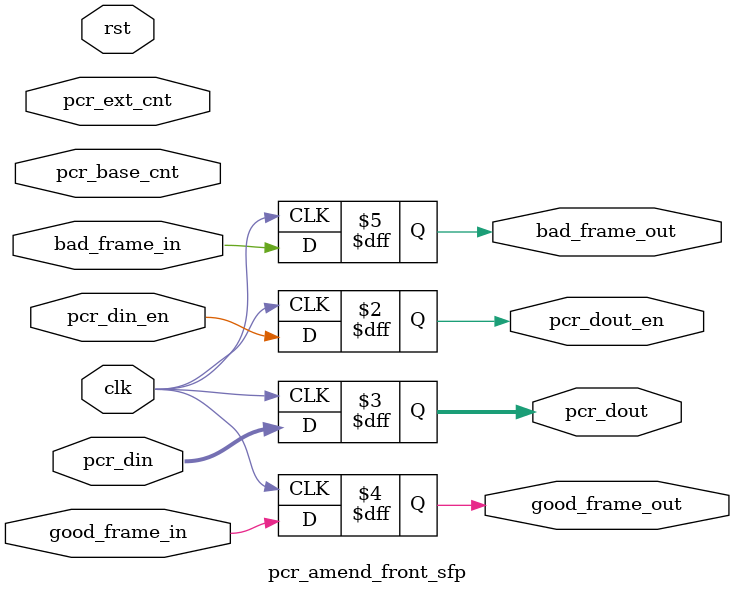
<source format=v>
`timescale 1ns / 1ps
module pcr_amend_front_sfp
(
    clk,
    rst,
    pcr_din,
    pcr_din_en,
    
    good_frame_in,
    bad_frame_in ,
        
    pcr_base_cnt,  
    pcr_ext_cnt,    

    pcr_dout,
    pcr_dout_en,
    good_frame_out,
    bad_frame_out  
//    test_flag 
) ;

//------------------------------------------------------------------------------
    
    input            clk ;
    input            rst ;
    input  [7:0]   pcr_din;
    input            pcr_din_en ;
    input	       good_frame_in;
    input	       bad_frame_in ;
        
    input  [32:0] pcr_base_cnt ;
    input  [8:0]   pcr_ext_cnt ;
    
    output          pcr_dout_en;
    output [7:0]  pcr_dout;
    output		good_frame_out;
    output		bad_frame_out ;
//    output		test_flag	;
    
    reg		pcr_dout_en;
    reg     [7:0]   pcr_dout;
    reg		good_frame_out;
    reg		bad_frame_out ;
    
    
    always@(posedge clk)begin
    	pcr_dout	<=	pcr_din;
    	pcr_dout_en	<=	pcr_din_en;
    	good_frame_out	<=	good_frame_in;
    	bad_frame_out	<=	bad_frame_in;
    end

//------------------------------------------------------------------------------
//
//    reg		[47:0]	data_in_r;
//    reg		[5:0]	pcr_din_dvalid_r;
//    reg		[5:0]	good_frame_r;
//    reg		[5:0]	bad_frame_r;
//   
//    reg		[32:0]	pcr_base_cnt_r;
//    reg		[8:0]	pcr_ext_cnt_r;
//    reg		[8:0]	pcr_ext_cnt_r1;
//    
//    reg		[10:0]	ip_cnt	;
//    reg		[7:0]	ts_cnt	;
//    reg		[7:0]	head_num;
//
//    reg     [3:0]   pcr_state ;
//
////------------------------------------------------------------------------------
//
//    parameter       IDLE    =   4'd0,	// state definition of the fsm
//                    BYTE1   =   4'd1,
//                    BYTE2   =   4'd2,
//                    BYTE3   =   4'd3,
//                    BYTE4   =   4'd4,
//                    BYTE5   =   4'd5,
//                    BYTE6   =   4'd6,
//                    BYTE7   =   4'd7,
//                    BYTE8   =   4'd8,
//                    BYTE9   =   4'd9,
//                    BYTE10  =   4'd10,
//                    BYTE11  =   4'd11,
//                    BYTE12  =   4'd12;  
//                    
//   //----------------------------------------------------------------------
///*
//   	reg [12:0]	pid_reg	;
//   	reg	[3:0]	cc_reg1	;
//	reg	[3:0]	cc_dif1	;	
//	reg	[3:0]	cc_reg2	;
//	reg	[3:0]	cc_dif2	;  
//   	reg			test_flag;
//*/   
//   
//   //----------------------------------------------------------------------                 
//
//   	always @ (posedge clk)
//   	begin
//   		if(pcr_din_en)
//   			ip_cnt <= ip_cnt + 1;
//   		else
//   			ip_cnt <= 0;
//	end
//	
//	always @ (posedge clk)
//	begin
//		if(ip_cnt == 11'd14)
//			head_num <= {2'b00,pcr_din[3:0],2'b00} + 8'd20;
//		else
//			head_num <= head_num ;	
//	end
//    
//    always @ (posedge clk)
//    begin
//    	if(ip_cnt > 11'd40)	
//    	begin
//    		if(ip_cnt > head_num)
//    		begin	
//    			if(ts_cnt >= 8'd188)
//    				ts_cnt <= 8'd1;
//    			else
//    				ts_cnt <= ts_cnt + 1;    		
//    		end
//    		else
//    			ts_cnt <= 0;
//    	end	
//    	else
//    		ts_cnt <= 0;	
//    end
//    
//    
//    always @(posedge clk)
//	begin
//			if(pcr_state == BYTE12)
//			begin
//				if(data_in_r[8:0]  < pcr_ext_cnt_r)
//				begin 
//					{pcr_dout[7:0],data_in_r[47:23]}	<= (data_in_r[47:15] - pcr_base_cnt_r) - 1;
//					data_in_r[22:17]					<= 6'b0;
//					data_in_r[16:8]						<= data_in_r[8:0] + pcr_ext_cnt_r1;
//					data_in_r[7:0]						<= pcr_din[7:0];
//				end
//				else
//				begin
//					{pcr_dout[7:0],data_in_r[47:23]}	<= data_in_r[47:15] - pcr_base_cnt_r;
//					data_in_r[22:17]					<= 6'b0;
//					data_in_r[16:8]						<= data_in_r[8:0] - pcr_ext_cnt_r;
//					data_in_r[7:0]						<= pcr_din[7:0];
//				end
//			end
//			else
//			begin
//				pcr_dout[7:0]		<= data_in_r[47:40];
//				data_in_r[47:40]	<= data_in_r[39:32];
//				data_in_r[39:32]	<= data_in_r[31:24];
//				data_in_r[31:24]	<= data_in_r[23:16];
//				data_in_r[23:16]	<= data_in_r[15:8];
//				data_in_r[15:8]		<= data_in_r[7:0];
//				data_in_r[7:0]		<= pcr_din[7:0];
//			end
//	end	
//	
//	always @(posedge clk)
//	begin
//		pcr_dout_en			<= pcr_din_dvalid_r[5];
//		pcr_din_dvalid_r[5]	<= pcr_din_dvalid_r[4];
//		pcr_din_dvalid_r[4]	<= pcr_din_dvalid_r[3];
//		pcr_din_dvalid_r[3]	<= pcr_din_dvalid_r[2];
//		pcr_din_dvalid_r[2]	<= pcr_din_dvalid_r[1];
//		pcr_din_dvalid_r[1]	<= pcr_din_dvalid_r[0];
//		pcr_din_dvalid_r[0]	<= pcr_din_en;
//	end
//	
//	always @(posedge clk)
//	begin
//		good_frame_out	<= good_frame_r[5];
//		good_frame_r[5]	<= good_frame_r[4];
//		good_frame_r[4]	<= good_frame_r[3];
//		good_frame_r[3]	<= good_frame_r[2];
//		good_frame_r[2]	<= good_frame_r[1];
//		good_frame_r[1]	<= good_frame_r[0];
//		good_frame_r[0]	<= good_frame_in;
//	end
//	
//	always @(posedge clk)
//	begin
//		bad_frame_out	<= bad_frame_r[5];
//		bad_frame_r[5]	<= bad_frame_r[4];
//		bad_frame_r[4]	<= bad_frame_r[3];
//		bad_frame_r[3]	<= bad_frame_r[2];
//		bad_frame_r[2]	<= bad_frame_r[1];
//		bad_frame_r[1]	<= bad_frame_r[0];
//		bad_frame_r[0]	<= bad_frame_in;
//	end
//	
//	always @(posedge clk)
//	begin
//		if (pcr_state == BYTE10)
//		begin
//			pcr_base_cnt_r	<= pcr_base_cnt;
//			pcr_ext_cnt_r	<= pcr_ext_cnt;
//		end
//		else
//		begin
//			pcr_base_cnt_r	<= pcr_base_cnt_r;
//			pcr_ext_cnt_r	<= pcr_ext_cnt_r;
//		end
//	end
//	
//	always @(posedge clk)
//	begin
//		if(pcr_state == BYTE11)
//		begin
//			pcr_ext_cnt_r1	<= 300 - pcr_ext_cnt_r;
//		end
//		else
//		begin
//			pcr_ext_cnt_r1	<= pcr_ext_cnt_r1;
//		end
//	end
//		
////------------------------ sequential state transition -------------------------
//
//    always @ ( posedge clk ) 
//    begin
//        if ( rst ) 
//            pcr_state <= IDLE ;
//        else 
//        begin
//        	if(pcr_din_en)
//        	begin
//            	case ( pcr_state )
//            	    IDLE: 
//            	    	begin
//            	    	    if (ts_cnt == 8'd1 &&  pcr_din[7:0] == 8'h47 ) 
//            	    	    begin
//            	    	        pcr_state <= BYTE1 ;
//            	    	    end
//            	    	    else 
//            	    	    begin
//            	    	        pcr_state <= IDLE ;
//            	    	    end
//            	    	end
//            	    BYTE1:
//            	    	begin
//            	    		pcr_state	<= BYTE2;
//            	    	end
//            	    BYTE2:
//            	    	begin
//            	    		pcr_state	<= BYTE3;
//            	    	end
//            	    BYTE3:
//            	    	begin
//            	    		if(pcr_din[5] == 1'b1)//ÓÐµ÷Õû×Ö¶Î
//            	    			pcr_state	<= BYTE4;
//            	    		else
//            	    			pcr_state	<= IDLE;
//            	    	end
//            	    BYTE4:
//            	    	begin
//            	    		if(pcr_din[7:0] > 0)//µ÷Õû×Ö¶Î³¤¶È > 0
//            	    		begin
//            	    			pcr_state	<= BYTE5;
//            	    		end
//            	    		else
//            	    		begin
//            	    			pcr_state	<= IDLE;
//            	    		end
//            	    	end
//            	    BYTE5:
//            	    	begin
//            	    		if(pcr_din[4] == 1'b1)//pcr_flag
//            	    			pcr_state	<= BYTE6;
//            	    		else
//            	    			pcr_state	<= IDLE;
//            	    	end
//            	    BYTE6:
//            	    	pcr_state	<= BYTE7;
//            	    BYTE7:
//            	    begin
//            	    	pcr_state	<= BYTE8;
//            	    end
//            	    BYTE8:
//            	    begin
//            	    	pcr_state	<= BYTE9;
//            	    end
//            	    BYTE9:
//            	    begin
//            	    	pcr_state	<= BYTE10;
//            	    end
//            	    BYTE10:
//            	    begin
//            	    	pcr_state	<= BYTE11;
//            	    end
//            	    BYTE11:
//            	    begin
//            	    	pcr_state	<= BYTE12;
//            	    end
//            	    BYTE12:
//            	    begin
//            	    	pcr_state	<= IDLE;
//            	    end
//            	    default: 
//            	    begin
//            	        pcr_state <= IDLE ;
//            	    end
//            	    
//            	endcase
//           end
//        	else
//        		 pcr_state <= IDLE ;
//        end
//    end    




//-----------------------------------------------------------------------
/*
	always @ (posedge clk)
	begin
		if(ts_cnt == 8'd2)		
			pid_reg[12:8] <= pcr_din[4:0];
		else if(ts_cnt == 8'd3)
			pid_reg[7:0] <= pcr_din;
		else
			pid_reg <= pid_reg;
	end
	
	
	always @ (posedge clk)
	begin
		if(ts_cnt == 8'd4 && pid_reg[12:0] == 13'h1001)
			begin
				cc_reg1	<= pcr_din[3:0];	
				cc_dif1	<= pcr_din[3:0] - cc_reg1;
			end
		else	
			begin
				cc_reg1	<= cc_reg1;
				cc_dif1 <= cc_dif1;
			end		
	end
	
	always @ (posedge clk)
	begin
		if(ts_cnt == 8'd4 && pid_reg[12:0] == 13'h1003)
			begin
				cc_reg2	<= pcr_din[3:0];	
				cc_dif2	<= pcr_din[3:0] - cc_reg2;
			end
		else	
			begin
				cc_reg2	<= cc_reg2;
				cc_dif2 <= cc_dif2;
			end		
	end
	
	always @ (posedge clk)
	begin
		test_flag	<= cc_dif1&& cc_dif2;
	end
*/
endmodule

</source>
